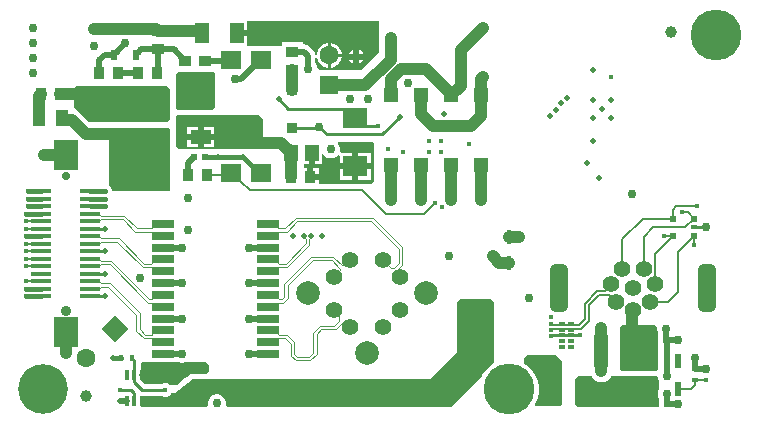
<source format=gbl>
G04*
G04 #@! TF.GenerationSoftware,Altium Limited,Altium Designer,23.3.1 (30)*
G04*
G04 Layer_Physical_Order=6*
G04 Layer_Color=16711680*
%FSLAX44Y44*%
%MOMM*%
G71*
G04*
G04 #@! TF.SameCoordinates,D194EA9E-320C-42BA-852E-FFA0FE6248A8*
G04*
G04*
G04 #@! TF.FilePolarity,Positive*
G04*
G01*
G75*
%ADD20R,0.4500X0.5500*%
%ADD23R,1.0000X0.9000*%
%ADD26R,0.9000X1.0000*%
%ADD27R,1.0500X1.4000*%
%ADD28R,1.8000X1.1500*%
%ADD36R,0.6200X0.6200*%
%ADD37R,0.5500X0.4500*%
%ADD79C,0.7500*%
%ADD80C,1.0000*%
%ADD82C,0.0889*%
%ADD83C,1.0160*%
%ADD84C,0.1270*%
%ADD85C,0.5080*%
%ADD86C,0.2540*%
%ADD87C,0.3810*%
%ADD88C,0.1500*%
G04:AMPARAMS|DCode=89|XSize=4mm|YSize=1.5mm|CornerRadius=0.375mm|HoleSize=0mm|Usage=FLASHONLY|Rotation=270.000|XOffset=0mm|YOffset=0mm|HoleType=Round|Shape=RoundedRectangle|*
%AMROUNDEDRECTD89*
21,1,4.0000,0.7500,0,0,270.0*
21,1,3.2500,1.5000,0,0,270.0*
1,1,0.7500,-0.3750,-1.6250*
1,1,0.7500,-0.3750,1.6250*
1,1,0.7500,0.3750,1.6250*
1,1,0.7500,0.3750,-1.6250*
%
%ADD89ROUNDEDRECTD89*%
%ADD90C,1.4000*%
%ADD91C,0.7000*%
%ADD92C,0.9000*%
%ADD93P,2.2627X4X270.0*%
%ADD94C,1.6000*%
%ADD95C,2.0000*%
%ADD96C,4.3000*%
%ADD97C,4.2000*%
%ADD98R,1.6000X1.6000*%
%ADD99C,0.5080*%
%ADD100C,0.4064*%
%ADD101C,0.7620*%
%ADD113R,0.6000X0.6000*%
%ADD114R,0.6000X0.4000*%
%ADD115R,0.4064X1.1684*%
%ADD116R,2.0000X2.5000*%
%ADD117R,1.8000X0.3500*%
%ADD118R,0.5500X0.3000*%
%ADD119R,0.5500X0.4000*%
%ADD120R,0.3500X0.8500*%
%ADD121R,1.4000X1.7500*%
G04:AMPARAMS|DCode=122|XSize=0.55mm|YSize=0.8mm|CornerRadius=0.0495mm|HoleSize=0mm|Usage=FLASHONLY|Rotation=0.000|XOffset=0mm|YOffset=0mm|HoleType=Round|Shape=RoundedRectangle|*
%AMROUNDEDRECTD122*
21,1,0.5500,0.7010,0,0,0.0*
21,1,0.4510,0.8000,0,0,0.0*
1,1,0.0990,0.2255,-0.3505*
1,1,0.0990,-0.2255,-0.3505*
1,1,0.0990,-0.2255,0.3505*
1,1,0.0990,0.2255,0.3505*
%
%ADD122ROUNDEDRECTD122*%
%ADD123R,1.1500X1.8000*%
G04:AMPARAMS|DCode=124|XSize=1.24mm|YSize=0.55mm|CornerRadius=0.0385mm|HoleSize=0mm|Usage=FLASHONLY|Rotation=270.000|XOffset=0mm|YOffset=0mm|HoleType=Round|Shape=RoundedRectangle|*
%AMROUNDEDRECTD124*
21,1,1.2400,0.4730,0,0,270.0*
21,1,1.1630,0.5500,0,0,270.0*
1,1,0.0770,-0.2365,-0.5815*
1,1,0.0770,-0.2365,0.5815*
1,1,0.0770,0.2365,0.5815*
1,1,0.0770,0.2365,-0.5815*
%
%ADD124ROUNDEDRECTD124*%
%ADD125R,1.2000X2.7000*%
%ADD126R,1.8800X0.6400*%
%ADD127R,1.2000X1.2000*%
%ADD128R,1.7800X1.5200*%
%ADD129R,1.3900X1.4000*%
%ADD130R,3.3600X4.8600*%
%ADD131R,0.9500X0.9000*%
%ADD132R,1.1500X1.4500*%
%ADD133R,2.1590X1.7780*%
%ADD134C,1.0000*%
G36*
X284480Y285750D02*
X269240Y270510D01*
X234950D01*
X232151Y273309D01*
X231891Y274281D01*
X230888Y276019D01*
X230778Y276128D01*
Y280749D01*
X232048Y280917D01*
X232588Y278902D01*
X233976Y276498D01*
X235938Y274536D01*
X238342Y273148D01*
X241022Y272430D01*
X241140D01*
Y282970D01*
Y293510D01*
X241022D01*
X238342Y292792D01*
X235938Y291404D01*
X233976Y289442D01*
X232588Y287038D01*
X231870Y284358D01*
Y283448D01*
X230600Y283323D01*
X230286Y284904D01*
X228882Y287004D01*
X225350Y290536D01*
X223249Y291940D01*
X220772Y292433D01*
X219937D01*
Y294440D01*
X202318D01*
Y290830D01*
X175851Y290830D01*
X172750D01*
Y299680D01*
X164460D01*
Y304760D01*
X172750D01*
Y312296D01*
X284480D01*
Y285750D01*
D02*
G37*
G36*
X146050Y267430D02*
Y238760D01*
X144130Y236840D01*
X114300D01*
X113030Y238110D01*
Y266700D01*
X115030Y268700D01*
X144780D01*
X146050Y267430D01*
D02*
G37*
G36*
X107950Y254000D02*
Y228600D01*
X105410Y226060D01*
X39370Y226060D01*
X26670Y238760D01*
Y255270D01*
X27940Y256540D01*
X105410D01*
X107950Y254000D01*
D02*
G37*
G36*
X182880Y232410D02*
X186690Y228600D01*
Y207010D01*
X182880Y203200D01*
X175260D01*
X171071D01*
X171070Y203200D01*
X168544D01*
X168544Y203200D01*
X149291D01*
X149291Y203200D01*
X146765D01*
X146765Y203200D01*
X146166D01*
X144070Y203200D01*
Y203760D01*
X121250D01*
Y203200D01*
X115570D01*
X113030Y205740D01*
Y231140D01*
X114300Y232410D01*
X182880Y232410D01*
D02*
G37*
G36*
X280278Y208672D02*
Y176530D01*
X277738Y173990D01*
X233407D01*
Y177760D01*
X226367D01*
Y180300D01*
X223827D01*
Y187840D01*
X220980D01*
Y190830D01*
X225098D01*
Y200620D01*
X230177D01*
Y190830D01*
X235927D01*
Y199125D01*
X237197Y199465D01*
X237743Y198521D01*
X239161Y197103D01*
X240899Y196099D01*
X242837Y195580D01*
X244843D01*
X246781Y196099D01*
X248519Y197103D01*
X249862Y198446D01*
X250200Y198418D01*
X251132Y198051D01*
Y191730D01*
X261928D01*
Y200620D01*
X252352D01*
X251378Y201890D01*
X251460Y202197D01*
Y204203D01*
X250941Y206141D01*
X249937Y207879D01*
X249536Y208280D01*
X250062Y209550D01*
X279400D01*
X280278Y208672D01*
D02*
G37*
G36*
X107950Y219710D02*
Y168910D01*
X106680Y167640D01*
X58380D01*
Y169112D01*
X57491Y171259D01*
X55847Y172903D01*
X55694Y172966D01*
Y218255D01*
X58420Y220980D01*
X106680D01*
X107950Y219710D01*
D02*
G37*
G36*
X140970Y20320D02*
Y15240D01*
X138505Y12775D01*
X127265D01*
X126890Y12700D01*
X123190D01*
X114734Y4244D01*
X114163Y3810D01*
X107830D01*
X106941Y4699D01*
X104794Y5588D01*
X102470D01*
X100871Y4925D01*
X85847D01*
X83030Y7743D01*
Y20330D01*
X82649D01*
Y21724D01*
X83786Y22860D01*
X115072D01*
X116677Y22430D01*
X118683D01*
X120288Y22860D01*
X138430D01*
X140970Y20320D01*
D02*
G37*
G36*
X520016Y52754D02*
X519960Y52543D01*
Y50537D01*
X520479Y48599D01*
X520670Y48268D01*
Y34960D01*
X521208D01*
Y17668D01*
X518780Y15240D01*
X490220D01*
X488950Y16510D01*
Y53284D01*
X490220Y54553D01*
X518217D01*
X520016Y52754D01*
D02*
G37*
G36*
X520638Y10222D02*
X521059Y8649D01*
X521970Y7071D01*
Y709D01*
X521059Y-869D01*
X520540Y-2807D01*
Y-4813D01*
X521059Y-6751D01*
X521250Y-7082D01*
Y-14836D01*
X452986D01*
X450850Y-12700D01*
Y8946D01*
X453334Y11430D01*
X464765D01*
X465044Y10757D01*
X466469Y8900D01*
X468326Y7475D01*
X470489Y6579D01*
X472810Y6273D01*
X475130Y6579D01*
X477293Y7475D01*
X479150Y8900D01*
X480575Y10757D01*
X480854Y11430D01*
X489845D01*
X490220Y11355D01*
X518780D01*
X519155Y11430D01*
X519430D01*
X520638Y10222D01*
D02*
G37*
G36*
X439420Y24130D02*
Y-12700D01*
X438150Y-13970D01*
X416953D01*
X416354Y-12850D01*
X416929Y-11989D01*
X418837Y-7383D01*
X419810Y-2493D01*
Y2493D01*
X418837Y7383D01*
X416929Y11989D01*
X414160Y16134D01*
X410634Y19660D01*
X407670Y21640D01*
Y26670D01*
X410210Y29210D01*
X434340D01*
X439420Y24130D01*
D02*
G37*
G36*
X382270Y73914D02*
Y22268D01*
X378366Y19660D01*
X374840Y16134D01*
X372071Y11989D01*
X371827Y11401D01*
X345590Y-14836D01*
X155713D01*
X154738Y-13566D01*
X154940Y-12813D01*
Y-10807D01*
X154421Y-8869D01*
X153418Y-7131D01*
X151999Y-5713D01*
X150261Y-4709D01*
X148323Y-4190D01*
X146317D01*
X144379Y-4709D01*
X142641Y-5713D01*
X141222Y-7131D01*
X140219Y-8869D01*
X139700Y-10807D01*
Y-12813D01*
X139902Y-13566D01*
X138927Y-14836D01*
X83058Y-14836D01*
Y-5962D01*
X83702Y-5433D01*
X100871D01*
X102470Y-6096D01*
X104794D01*
X106941Y-5207D01*
X108585Y-3563D01*
X108798Y-3048D01*
X111560D01*
X127265Y8890D01*
X327914D01*
X351028Y31725D01*
Y74168D01*
X353568Y76708D01*
X379476D01*
X382270Y73914D01*
D02*
G37*
%LPC*%
G36*
X267810Y287656D02*
Y284440D01*
X271026D01*
X270602Y285463D01*
X268833Y287232D01*
X267810Y287656D01*
D02*
G37*
G36*
X262730D02*
X261707Y287232D01*
X259938Y285463D01*
X259514Y284440D01*
X262730D01*
Y287656D01*
D02*
G37*
G36*
X243798Y293510D02*
X243680D01*
Y284240D01*
X252950D01*
Y284358D01*
X252232Y287038D01*
X250844Y289442D01*
X248882Y291404D01*
X246478Y292792D01*
X243798Y293510D01*
D02*
G37*
G36*
X271026Y279360D02*
X267810D01*
Y276144D01*
X268833Y276568D01*
X270602Y278337D01*
X271026Y279360D01*
D02*
G37*
G36*
X262730D02*
X259514D01*
X259938Y278337D01*
X261707Y276568D01*
X262730Y276144D01*
Y279360D01*
D02*
G37*
G36*
X252950Y281700D02*
X243680D01*
Y272430D01*
X243798D01*
X246478Y273148D01*
X248882Y274536D01*
X250844Y276498D01*
X252232Y278902D01*
X252950Y281582D01*
Y281700D01*
D02*
G37*
G36*
X145197Y221850D02*
X136198D01*
Y216100D01*
X145197D01*
Y221850D01*
D02*
G37*
G36*
X131117D02*
X122118D01*
Y216100D01*
X131117D01*
Y221850D01*
D02*
G37*
G36*
X145197Y211020D02*
X136198D01*
Y205270D01*
X145197D01*
Y211020D01*
D02*
G37*
G36*
X131117D02*
X122118D01*
Y205270D01*
X131117D01*
Y211020D01*
D02*
G37*
G36*
X277802Y200620D02*
X267008D01*
Y191730D01*
X277802D01*
Y200620D01*
D02*
G37*
G36*
X233407Y187840D02*
X228908D01*
Y182840D01*
X233407D01*
Y187840D01*
D02*
G37*
G36*
X277802Y186650D02*
X267008D01*
Y177760D01*
X277802D01*
Y186650D01*
D02*
G37*
G36*
X261928D02*
X251132D01*
Y177760D01*
X261928D01*
Y186650D01*
D02*
G37*
%LPD*%
D20*
X75470Y26813D02*
D03*
X66470D02*
D03*
D23*
X120490Y262470D02*
D03*
Y278470D02*
D03*
X97630Y287870D02*
D03*
Y303870D02*
D03*
X137000Y262470D02*
D03*
Y278470D02*
D03*
X211127Y270130D02*
D03*
Y286130D02*
D03*
D26*
X47880Y267970D02*
D03*
X63880D02*
D03*
X80900D02*
D03*
X96900D02*
D03*
X138810Y181610D02*
D03*
X122810D02*
D03*
X14350Y250190D02*
D03*
X-1650D02*
D03*
X210367Y180300D02*
D03*
X226367D02*
D03*
D27*
X-3150Y229870D02*
D03*
X15850D02*
D03*
D28*
X133658Y213560D02*
D03*
Y243560D02*
D03*
D36*
X519160Y-12700D02*
D03*
X528160D02*
D03*
X518580Y41870D02*
D03*
X527580D02*
D03*
X128160Y196850D02*
D03*
X137160D02*
D03*
D37*
X552290Y17160D02*
D03*
Y8160D02*
D03*
D79*
X265270Y281900D02*
D03*
X233987Y222210D02*
D03*
X265270Y257770D02*
D03*
X430516Y19558D02*
D03*
X125730Y-7620D02*
D03*
D80*
X36576Y-5334D02*
D03*
X532130Y302260D02*
D03*
D82*
X227076Y129021D02*
Y130050D01*
X225488Y127434D02*
X227076Y129021D01*
X221034Y118005D02*
X225488Y122460D01*
Y127434D01*
X190340Y100050D02*
X196540D01*
X206618Y103589D02*
X221014Y117985D01*
X196540Y100050D02*
X200079Y103589D01*
X206618D01*
X220980Y129021D02*
X222568Y127434D01*
X220980Y129021D02*
Y130050D01*
X222568Y123670D02*
Y127434D01*
X205409Y106510D02*
X222568Y123670D01*
X190340Y110050D02*
X196540D01*
X200079Y106510D01*
X205409D01*
X301752Y95854D02*
Y103124D01*
Y95854D02*
X302320Y95286D01*
X301752Y103124D02*
X304292Y105664D01*
X294482Y103124D02*
X297621D01*
X301371Y106874D01*
X304292Y105664D02*
Y120209D01*
X301371Y106874D02*
Y118999D01*
X288320Y109286D02*
X294482Y103124D01*
X251968Y100934D02*
Y102126D01*
X244634Y109460D02*
X251968Y102126D01*
X246320Y95286D02*
X251968Y100934D01*
X227359Y112381D02*
X245843D01*
X253069Y105156D02*
X256190D01*
X228569Y109460D02*
X244634D01*
X245843Y112381D02*
X253069Y105156D01*
X256190D02*
X260320Y109286D01*
X250952Y58233D02*
Y62654D01*
X246553Y53834D02*
X250952Y58233D01*
X235825Y50913D02*
X247763D01*
X234615Y53834D02*
X246553D01*
X254254Y57404D02*
X256202D01*
X247763Y50913D02*
X254254Y57404D01*
X246320Y67286D02*
X250952Y62654D01*
X256202Y57404D02*
X260320Y53286D01*
X228854Y31260D02*
Y48073D01*
X231775Y30050D02*
Y46863D01*
X213928Y24765D02*
X226490D01*
X231775Y30050D01*
X215138Y27686D02*
X225280D01*
X228854Y31260D01*
X95038Y100050D02*
X101440D01*
X84558Y103589D02*
X91498D01*
X95038Y100050D01*
X85767Y106510D02*
X91700D01*
X92485Y107295D01*
X49165Y125215D02*
X62933D01*
X64142Y128136D02*
X85767Y106510D01*
X49165Y128136D02*
X64142D01*
X62933Y125215D02*
X84558Y103589D01*
X47450Y123500D02*
X49165Y125215D01*
X40200Y123500D02*
X47450D01*
Y129850D02*
X49165Y128136D01*
X40200Y129850D02*
X47450D01*
X92485Y107295D02*
X95240Y110050D01*
X101440D01*
X82169Y50790D02*
X86449Y46511D01*
X82169Y50790D02*
Y64448D01*
X79248Y49580D02*
X85239Y43590D01*
X86449Y46511D02*
X91964D01*
X79248Y49580D02*
Y55128D01*
X85239Y43590D02*
X91964D01*
X79248Y55372D02*
Y63239D01*
X55372Y87115D02*
X79248Y63239D01*
X49165Y87115D02*
X55372D01*
X40200Y85400D02*
X47450D01*
X49165Y87115D01*
X56582Y90036D02*
X82169Y64448D01*
X47450Y91750D02*
X49165Y90036D01*
X40200Y91750D02*
X47450D01*
X49165Y90036D02*
X56582D01*
X92485Y42806D02*
X95240Y40050D01*
X92485Y47295D02*
X95240Y50050D01*
X91964Y46511D02*
X92485Y47031D01*
Y47295D01*
X91964Y43590D02*
X92485Y43069D01*
Y42806D02*
Y43069D01*
X95240Y40050D02*
X101440D01*
X95240Y50050D02*
X101440D01*
X49165Y106165D02*
X56395D01*
X40200Y104450D02*
X47450D01*
X49165Y106165D01*
X47450Y110800D02*
X49165Y109086D01*
X40200Y110800D02*
X47450D01*
X49165Y109086D02*
X57605D01*
X90180Y76511D01*
X91964D02*
X92485Y77031D01*
X90180Y76511D02*
X91964D01*
X92485Y72806D02*
Y73069D01*
X56395Y106165D02*
X88970Y73590D01*
X92485Y77295D02*
X95240Y80050D01*
X92485Y77031D02*
Y77295D01*
X91964Y73590D02*
X92485Y73069D01*
X95240Y70050D02*
X101440D01*
X92485Y72806D02*
X95240Y70050D01*
X88970Y73590D02*
X91964D01*
X95240Y80050D02*
X101440D01*
X67571Y144265D02*
X78247Y133589D01*
X68781Y147186D02*
X79457Y136510D01*
X49165Y144265D02*
X67571D01*
X40200Y142550D02*
X47450D01*
X49165Y144265D01*
X47450Y148900D02*
X49165Y147186D01*
X40200Y148900D02*
X47450D01*
X49165Y147186D02*
X68781D01*
X79457Y136510D02*
X91964D01*
X78247Y133589D02*
X91964D01*
X92485Y133069D01*
Y132806D02*
Y133069D01*
X95240Y130050D02*
X101440D01*
X92485Y132806D02*
X95240Y130050D01*
Y140050D02*
X101440D01*
X92485Y137295D02*
X95240Y140050D01*
X92485Y137031D02*
Y137295D01*
X91964Y136510D02*
X92485Y137031D01*
X199296Y47031D02*
Y47295D01*
Y47031D02*
X199816Y46511D01*
X190340Y50050D02*
X196540D01*
X199296Y47295D01*
X212979Y29845D02*
Y39973D01*
Y29845D02*
X215138Y27686D01*
X199816Y46511D02*
X206442D01*
X212979Y39973D01*
X199816Y43590D02*
X205232D01*
X199296Y43069D02*
X199816Y43590D01*
X196540Y40050D02*
X199296Y42806D01*
Y43069D01*
X190340Y40050D02*
X196540D01*
X210058Y28635D02*
Y38763D01*
Y28635D02*
X213928Y24765D01*
X205232Y43590D02*
X210058Y38763D01*
X231775Y46863D02*
X235825Y50913D01*
X228854Y48073D02*
X234615Y53834D01*
X207391Y88283D02*
X228569Y109460D01*
X207391Y77333D02*
Y88283D01*
X204470Y78542D02*
Y89493D01*
X227359Y112381D01*
X202438Y76511D02*
X204470Y78542D01*
X196540Y80050D02*
X199296Y77295D01*
Y77031D02*
Y77295D01*
X190340Y80050D02*
X196540D01*
X199296Y77031D02*
X199816Y76511D01*
X202438D01*
X203648Y73590D02*
X207391Y77333D01*
X199296Y73069D02*
X199816Y73590D01*
X203648D01*
X199296Y72806D02*
Y73069D01*
X196540Y70050D02*
X199296Y72806D01*
X190340Y70050D02*
X196540D01*
X278130Y142240D02*
X301371Y118999D01*
X279340Y145161D02*
X304292Y120209D01*
X213995Y145161D02*
X279340D01*
X205345Y136510D02*
X213995Y145161D01*
X196540Y140050D02*
X199296Y137295D01*
Y137031D02*
Y137295D01*
X190340Y140050D02*
X196540D01*
X199296Y137031D02*
X199816Y136510D01*
X205345D01*
X215205Y142240D02*
X278130D01*
X206554Y133589D02*
X215205Y142240D01*
X199296Y133069D02*
X199816Y133589D01*
X206554D01*
X199296Y132806D02*
Y133069D01*
X196540Y130050D02*
X199296Y132806D01*
X190340Y130050D02*
X196540D01*
D83*
X472810Y15240D02*
Y52070D01*
X498810Y32980D02*
Y65502D01*
X498342Y65970D02*
X498810Y65502D01*
X381000Y113030D02*
X386588Y107442D01*
X394208D01*
X394970Y106680D01*
Y129032D02*
X403098D01*
X265270Y257770D02*
X273010D01*
X242610D02*
X265270D01*
X295016Y262534D02*
X303500Y271018D01*
X295016Y249301D02*
X295147Y249170D01*
X295016Y249301D02*
Y262534D01*
X303500Y271018D02*
X324612D01*
X273010Y257770D02*
X294496Y279256D01*
Y297250D01*
X324612Y271018D02*
X345027Y250603D01*
X242410Y257970D02*
X242610Y257770D01*
X345947Y249170D02*
X354076Y257299D01*
Y287675D02*
X372417Y306017D01*
X354076Y257299D02*
Y287675D01*
X345027Y250090D02*
X345171Y249947D01*
X345683D01*
X345027Y250090D02*
Y250603D01*
X370947Y231247D02*
Y249170D01*
X362458Y222758D02*
X370947Y231247D01*
X330708Y222758D02*
X362458D01*
X320147Y233319D02*
X330708Y222758D01*
X320147Y233319D02*
Y249170D01*
X370947D02*
Y262690D01*
X372417Y264160D01*
X181610Y208280D02*
X201977D01*
X209638Y200620D02*
Y202120D01*
X208967Y202790D02*
X209638Y202120D01*
X207467Y202790D02*
X208967D01*
X201977Y208280D02*
X207467Y202790D01*
X209638Y181030D02*
Y200620D01*
Y181030D02*
X210367Y180300D01*
X211127Y253200D02*
Y270130D01*
X370947Y160020D02*
Y190170D01*
X345947Y160020D02*
Y190170D01*
X320147Y160020D02*
Y190170D01*
X295147Y160020D02*
Y190170D01*
X-3150Y229870D02*
Y248690D01*
X-1650Y250190D01*
X15850Y228120D02*
Y229870D01*
X16020Y227950D02*
X24780D01*
X15850Y228120D02*
X16020Y227950D01*
X24780D02*
X36830Y215900D01*
X63500D01*
X69690Y305600D02*
X95900D01*
X97630Y303870D02*
X133790D01*
X43630Y305600D02*
X69690D01*
X133790Y303870D02*
X134460Y303200D01*
Y302220D02*
Y303200D01*
X95900Y305600D02*
X97630Y303870D01*
X920Y198500D02*
X19200D01*
Y30496D02*
Y48500D01*
D84*
X470752Y79846D02*
X479669D01*
X462026Y71120D02*
X470752Y79846D01*
X485112Y73747D02*
Y74404D01*
X479669Y79846D02*
X485112Y74404D01*
X462026Y58075D02*
Y71120D01*
X431405Y51569D02*
X438391D01*
X447889D02*
X455520D01*
X440089D02*
X446191D01*
X455520D02*
X462026Y58075D01*
X447040Y50720D02*
X447889Y51569D01*
X446191D02*
X447040Y50720D01*
X430516Y50680D02*
X431405Y51569D01*
X439240Y50720D02*
X440089Y51569D01*
X438391D02*
X439240Y50720D01*
X-14138Y136200D02*
X-1800D01*
X481112Y88590D02*
Y89247D01*
X475670Y83148D02*
X481112Y88590D01*
X469384Y83148D02*
X475670D01*
X458724Y72488D02*
X469384Y83148D01*
X458724Y59443D02*
Y72488D01*
X431405Y54871D02*
X438391D01*
X430516Y55760D02*
X431405Y54871D01*
X446191D02*
X447040Y55720D01*
X454152Y54871D02*
X458724Y59443D01*
X447889Y54871D02*
X454152D01*
X447040Y55720D02*
X447889Y54871D01*
X438391D02*
X439240Y55720D01*
X440089Y54871D02*
X446191D01*
X439240Y55720D02*
X440089Y54871D01*
X-14138Y142550D02*
X-1800D01*
X541020Y149860D02*
X546090D01*
X551290Y144660D01*
X543790Y137160D02*
X551290Y144660D01*
X516890Y137160D02*
X543790D01*
X533290Y152290D02*
X535940Y154940D01*
X533290Y144660D02*
Y152290D01*
X535940Y154940D02*
X553720D01*
X537660Y116030D02*
X551180Y129550D01*
Y129660D01*
Y121920D02*
Y129550D01*
Y129660D02*
X551290D01*
X525780D02*
X533290D01*
X537660Y82550D02*
Y116030D01*
X528857Y73747D02*
X537660Y82550D01*
X514112Y73747D02*
X528857D01*
X518112Y114482D02*
X533290Y129660D01*
X518112Y89247D02*
Y114482D01*
X508612Y128882D02*
X516890Y137160D01*
X508612Y102247D02*
Y128882D01*
X490612Y127392D02*
X507880Y144660D01*
X490612Y102247D02*
Y127392D01*
X507880Y144660D02*
X533290D01*
X-14138Y123500D02*
X-1800D01*
X-14138Y117150D02*
X-1800D01*
X-14138Y110800D02*
X-1800D01*
X-14138Y104450D02*
X-1800D01*
X552290Y8160D02*
X561340D01*
X552290Y3650D02*
Y8160D01*
X537660Y810D02*
X538124Y346D01*
X548986D02*
X552290Y3650D01*
X538124Y346D02*
X548986D01*
X-14138Y91750D02*
X-1800D01*
D85*
X528160Y-12700D02*
Y-3810D01*
Y-12700D02*
X537774D01*
X552290Y17160D02*
X561340D01*
X552290D02*
Y26670D01*
X528160Y11590D02*
Y24510D01*
Y41290D01*
X527580Y41870D02*
X528160Y41290D01*
X527580Y41870D02*
X537660D01*
X527580D02*
Y51540D01*
X65278Y-9730D02*
X70970D01*
X83970Y12270D02*
X120214D01*
X124454Y16510D01*
X124460D01*
X122810Y191500D02*
X128160Y196850D01*
X122810Y182110D02*
Y191500D01*
X211299Y285958D02*
X220772D01*
X224304Y271826D02*
Y282426D01*
X220772Y285958D02*
X224304Y282426D01*
X211127Y286130D02*
X211299Y285958D01*
X224304Y271826D02*
X224790Y271340D01*
X183158Y278700D02*
X184457D01*
X178097Y273347D02*
Y273640D01*
X163046Y262956D02*
X167706D01*
X178097Y273640D02*
X183158Y278700D01*
X167706Y262956D02*
X178097Y273347D01*
X162560Y262470D02*
X163046Y262956D01*
X60190Y284850D02*
X60400Y285060D01*
X61540D02*
X69850Y293370D01*
X60190Y283600D02*
Y284850D01*
X60400Y285060D02*
X61540D01*
X137000Y278470D02*
X158827D01*
X159058Y278700D01*
X118030Y280430D02*
Y280930D01*
X119990Y278470D02*
X120490D01*
X118030Y280430D02*
X119990Y278470D01*
X111090Y287870D02*
X118030Y280930D01*
X97630Y287870D02*
X111090D01*
X97630Y268700D02*
Y287870D01*
X96900Y267970D02*
X97630Y268700D01*
X79400Y285060D02*
X80650D01*
X83460Y287870D01*
X97630D01*
X79190Y283600D02*
Y284850D01*
X79400Y285060D01*
X63880Y267970D02*
X80900D01*
X52460Y283600D02*
X60190D01*
X47880Y279020D02*
X52460Y283600D01*
X47880Y267970D02*
Y279020D01*
X101440Y120050D02*
X117680D01*
X101440Y90050D02*
X117680D01*
X101440Y60050D02*
X117680D01*
X101440Y30050D02*
X117680D01*
X174370Y120050D02*
X190340D01*
X174370Y90050D02*
X190340D01*
X174370Y60050D02*
X190340D01*
X174370Y30050D02*
X190340D01*
D86*
X561340Y137160D02*
X561340Y137160D01*
X551290Y137160D02*
X561340D01*
X77478Y5970D02*
X83702Y-254D01*
X103632D01*
X256847Y237450D02*
X270869Y223428D01*
X207772Y237490D02*
X253454D01*
X199644Y245618D02*
X207772Y237490D01*
X75470Y26313D02*
X77470Y24313D01*
Y12270D02*
Y24313D01*
X75470Y26313D02*
Y26813D01*
X439240Y45720D02*
X447040D01*
X454438D01*
X430516Y45600D02*
X430636Y45720D01*
X439240D01*
X65278Y-254D02*
X74422D01*
X77470Y-9730D02*
Y-3302D01*
X74422Y-254D02*
X77470Y-3302D01*
Y12270D02*
X77478Y12262D01*
Y5970D02*
Y12262D01*
X270869Y223428D02*
X283947D01*
X287448Y215900D02*
X302648Y231100D01*
X240297Y215900D02*
X287448D01*
X233987Y222210D02*
X240297Y215900D01*
X211127Y221700D02*
X233477D01*
X233987Y222210D01*
X253494Y237450D02*
X256847D01*
X253454Y237490D02*
X253494Y237450D01*
X40200Y136200D02*
X52918D01*
X40200Y117150D02*
X52918D01*
X40200Y98100D02*
X52918D01*
X40200Y79050D02*
X52918D01*
D87*
X59690Y26813D02*
X66470D01*
X40386Y155194D02*
X52724D01*
X-14138Y79050D02*
X-1800D01*
X-14138Y148900D02*
X-1800D01*
X52403Y161600D02*
X52469Y161534D01*
X40200Y161600D02*
X52403D01*
X52469Y161534D02*
X52538D01*
X-12865Y155184D02*
X-12799Y155250D01*
X-1800D01*
X-12934Y155184D02*
X-12865D01*
X-12799Y161600D02*
X-1800D01*
X-12865Y161534D02*
X-12799Y161600D01*
X-12934Y161534D02*
X-12865D01*
X-12799Y167950D02*
X-1800D01*
X-12865Y167884D02*
X-12799Y167950D01*
X-12934Y167884D02*
X-12865D01*
X148028Y196850D02*
X169807D01*
X137160D02*
X148028D01*
X40200Y167950D02*
X52538D01*
X-14138Y85400D02*
X-1800D01*
X-14138Y129850D02*
X-1800D01*
X169807Y196850D02*
X183158Y183500D01*
X184457D01*
D88*
X322908Y148844D02*
X331619Y157555D01*
X290184Y148844D02*
X322908D01*
X270118Y168910D02*
X290184Y148844D01*
X174947Y168910D02*
X270118D01*
X167208Y176650D02*
Y176650D01*
Y176650D02*
X174947Y168910D01*
X159058Y183500D02*
X160357D01*
X167208Y176650D01*
X138810Y181610D02*
X157168D01*
X159058Y183500D01*
D89*
X437112Y85747D02*
D03*
X562112D02*
D03*
D90*
X518112Y89247D02*
D03*
X514112Y73747D02*
D03*
X499612Y85747D02*
D03*
Y67247D02*
D03*
X485112Y73747D02*
D03*
X481112Y89247D02*
D03*
X490612Y102247D02*
D03*
X508612D02*
D03*
X246320Y67286D02*
D03*
X260320Y53286D02*
D03*
X288320D02*
D03*
X302320Y67286D02*
D03*
Y95286D02*
D03*
X288320Y109286D02*
D03*
X260320D02*
D03*
X246320Y95286D02*
D03*
D91*
X19200Y180500D02*
D03*
D92*
Y66500D02*
D03*
D93*
X61468Y51562D02*
D03*
D94*
X36719Y26813D02*
D03*
X242410Y282970D02*
D03*
D95*
X224320Y81286D02*
D03*
X274320Y31286D02*
D03*
X324320Y81286D02*
D03*
D96*
X570000Y300000D02*
D03*
X394500Y-0D02*
D03*
D97*
X0Y0D02*
D03*
D98*
X242410Y257970D02*
D03*
D99*
X227076Y130050D02*
D03*
X220980D02*
D03*
X161290Y-11430D02*
D03*
X59690Y26813D02*
D03*
X465836Y210566D02*
D03*
X466090Y270510D02*
D03*
X470916Y178943D02*
D03*
X460756Y191516D02*
D03*
X429514Y231902D02*
D03*
X434086Y236982D02*
D03*
X438658Y242316D02*
D03*
X443484Y247156D02*
D03*
X465836Y229616D02*
D03*
X481076D02*
D03*
Y244856D02*
D03*
X465836D02*
D03*
X473478Y237156D02*
D03*
X199644Y245618D02*
D03*
X148028Y196850D02*
D03*
X169807D02*
D03*
X339598Y233172D02*
D03*
X302648Y231100D02*
D03*
X161798Y217424D02*
D03*
Y225044D02*
D03*
X169418Y213614D02*
D03*
Y221594D02*
D03*
Y228854D02*
D03*
X236220Y130050D02*
D03*
X212090D02*
D03*
X52918Y136200D02*
D03*
Y117150D02*
D03*
Y98100D02*
D03*
Y79050D02*
D03*
D100*
X-14138Y136200D02*
D03*
X430516Y50680D02*
D03*
X-14138Y142550D02*
D03*
X430516Y55760D02*
D03*
X541020Y149860D02*
D03*
X553720Y154940D02*
D03*
X551180Y121920D02*
D03*
X525780Y129660D02*
D03*
X103632Y-254D02*
D03*
X481076Y264160D02*
D03*
X52724Y155194D02*
D03*
X-14138Y148900D02*
D03*
X52538Y161534D02*
D03*
X-12934Y155184D02*
D03*
Y161534D02*
D03*
Y167884D02*
D03*
X331619Y157555D02*
D03*
X337588Y154729D02*
D03*
X-14138Y123500D02*
D03*
Y117150D02*
D03*
Y110800D02*
D03*
Y104450D02*
D03*
X561340Y8160D02*
D03*
X-14138Y91750D02*
D03*
X52538Y167950D02*
D03*
X-14138Y85400D02*
D03*
Y79050D02*
D03*
Y129850D02*
D03*
X430516Y60960D02*
D03*
X454438Y45720D02*
D03*
X430516Y45600D02*
D03*
X65278Y-254D02*
D03*
Y-9730D02*
D03*
X292100Y203708D02*
D03*
X304800Y200700D02*
D03*
X283947Y223428D02*
D03*
X360845Y207518D02*
D03*
X336777Y210700D02*
D03*
X336777Y200700D02*
D03*
X326777Y200700D02*
D03*
X326777Y210700D02*
D03*
D101*
X561340Y137160D02*
D03*
X499110Y165100D02*
D03*
X510540Y49530D02*
D03*
Y40640D02*
D03*
X344170Y113030D02*
D03*
X122682Y162052D02*
D03*
Y134620D02*
D03*
X472810Y15240D02*
D03*
X224790Y271340D02*
D03*
X472810Y52070D02*
D03*
X381000Y113030D02*
D03*
X403098Y129032D02*
D03*
X260350Y306070D02*
D03*
X273050D02*
D03*
X243840Y203200D02*
D03*
X259842Y245618D02*
D03*
X275336D02*
D03*
X492760Y-8890D02*
D03*
X504190D02*
D03*
X411480Y77470D02*
D03*
X82550Y93980D02*
D03*
X528160Y-3810D02*
D03*
X537774Y-12700D02*
D03*
X561340Y17160D02*
D03*
X552290Y26670D02*
D03*
X528160Y11590D02*
D03*
X537660Y41870D02*
D03*
X527580Y51540D02*
D03*
X419100Y16510D02*
D03*
X412750Y24130D02*
D03*
X374396Y71628D02*
D03*
Y60706D02*
D03*
X125730Y16510D02*
D03*
X135890D02*
D03*
X147320Y-11810D02*
D03*
X117680Y60050D02*
D03*
Y30050D02*
D03*
X118110Y243840D02*
D03*
X308917Y259588D02*
D03*
X294496Y297250D02*
D03*
X372417Y306017D02*
D03*
Y264160D02*
D03*
X220980Y298450D02*
D03*
X209550D02*
D03*
X226060Y307340D02*
D03*
X214630D02*
D03*
X203200D02*
D03*
X370947Y160020D02*
D03*
X345947D02*
D03*
X320147D02*
D03*
X295147D02*
D03*
X162560Y262470D02*
D03*
X69850Y293370D02*
D03*
X40640Y246380D02*
D03*
Y234950D02*
D03*
X50800Y251460D02*
D03*
Y241300D02*
D03*
Y229870D02*
D03*
X63500Y180340D02*
D03*
Y191770D02*
D03*
Y201930D02*
D03*
Y212090D02*
D03*
X43630Y290830D02*
D03*
Y305600D02*
D03*
X-8382Y267716D02*
D03*
Y280416D02*
D03*
Y293116D02*
D03*
Y305816D02*
D03*
X920Y198500D02*
D03*
X19200Y30496D02*
D03*
X117680Y120050D02*
D03*
Y90050D02*
D03*
X174370Y90050D02*
D03*
Y120050D02*
D03*
Y60050D02*
D03*
Y30050D02*
D03*
D113*
X551290Y144660D02*
D03*
Y129660D02*
D03*
X533290D02*
D03*
Y144660D02*
D03*
D114*
X551290Y137160D02*
D03*
D115*
X394970Y129032D02*
D03*
Y106680D02*
D03*
D116*
X19200Y198500D02*
D03*
Y48500D02*
D03*
D117*
X-1800Y167950D02*
D03*
Y161600D02*
D03*
Y155250D02*
D03*
Y148900D02*
D03*
Y142550D02*
D03*
Y136200D02*
D03*
Y129850D02*
D03*
Y123500D02*
D03*
Y117150D02*
D03*
Y110800D02*
D03*
Y104450D02*
D03*
Y98100D02*
D03*
Y91750D02*
D03*
Y85400D02*
D03*
Y79050D02*
D03*
X40200Y167950D02*
D03*
Y161600D02*
D03*
Y155250D02*
D03*
Y148900D02*
D03*
Y142550D02*
D03*
Y136200D02*
D03*
Y129850D02*
D03*
Y123500D02*
D03*
Y117150D02*
D03*
Y110800D02*
D03*
Y104450D02*
D03*
Y98100D02*
D03*
Y91750D02*
D03*
Y85400D02*
D03*
Y79050D02*
D03*
D118*
X439240Y55720D02*
D03*
Y50720D02*
D03*
Y40720D02*
D03*
Y35720D02*
D03*
X447040D02*
D03*
Y40720D02*
D03*
Y50720D02*
D03*
Y55720D02*
D03*
D119*
X439240Y45720D02*
D03*
X447040D02*
D03*
D120*
X83970Y12270D02*
D03*
X77470D02*
D03*
X70970D02*
D03*
Y-9730D02*
D03*
X77470D02*
D03*
X83970D02*
D03*
D121*
X460516Y-3556D02*
D03*
X430516D02*
D03*
D122*
X79190Y283600D02*
D03*
X60190D02*
D03*
X69690Y305600D02*
D03*
D123*
X164460Y302220D02*
D03*
X134460D02*
D03*
D124*
X518660Y810D02*
D03*
X537660D02*
D03*
Y24510D02*
D03*
X528160D02*
D03*
X518660D02*
D03*
D125*
X498810Y32980D02*
D03*
X472810D02*
D03*
D126*
X101440Y30050D02*
D03*
Y40050D02*
D03*
Y50050D02*
D03*
Y60050D02*
D03*
Y70050D02*
D03*
Y80050D02*
D03*
Y90050D02*
D03*
Y100050D02*
D03*
Y110050D02*
D03*
Y120050D02*
D03*
Y130050D02*
D03*
Y140050D02*
D03*
X190340D02*
D03*
Y130050D02*
D03*
Y120050D02*
D03*
Y110050D02*
D03*
Y100050D02*
D03*
Y90050D02*
D03*
Y80050D02*
D03*
Y70050D02*
D03*
Y60050D02*
D03*
Y50050D02*
D03*
Y40050D02*
D03*
Y30050D02*
D03*
D127*
X345947Y190170D02*
D03*
X370947D02*
D03*
X345947Y249170D02*
D03*
X370947D02*
D03*
X295147Y190170D02*
D03*
X320147D02*
D03*
X295147Y249170D02*
D03*
X320147D02*
D03*
D128*
X159058Y278700D02*
D03*
X184457D02*
D03*
X159058Y183500D02*
D03*
X184457D02*
D03*
D129*
X96830Y236840D02*
D03*
X78430D02*
D03*
D130*
X87630Y197020D02*
D03*
D131*
X211127Y253200D02*
D03*
X211127Y221700D02*
D03*
D132*
X227637Y200620D02*
D03*
X209638D02*
D03*
D133*
X264467Y229830D02*
D03*
Y189190D02*
D03*
D134*
X14350Y250190D02*
X26670D01*
M02*

</source>
